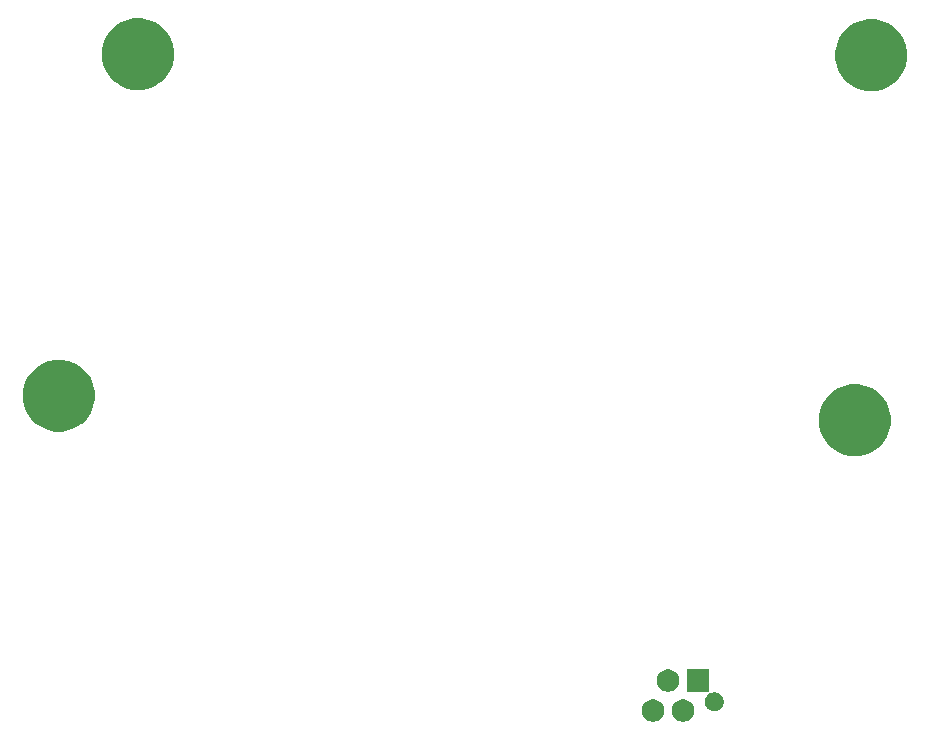
<source format=gbr>
G04 #@! TF.GenerationSoftware,KiCad,Pcbnew,5.1.5-52549c5~84~ubuntu18.04.1*
G04 #@! TF.CreationDate,2020-06-06T17:16:43+02:00*
G04 #@! TF.ProjectId,roboy_3.0_40mm_magnetic_field_calibration,726f626f-795f-4332-9e30-5f34306d6d5f,rev?*
G04 #@! TF.SameCoordinates,Original*
G04 #@! TF.FileFunction,Soldermask,Bot*
G04 #@! TF.FilePolarity,Negative*
%FSLAX46Y46*%
G04 Gerber Fmt 4.6, Leading zero omitted, Abs format (unit mm)*
G04 Created by KiCad (PCBNEW 5.1.5-52549c5~84~ubuntu18.04.1) date 2020-06-06 17:16:43*
%MOMM*%
%LPD*%
G04 APERTURE LIST*
%ADD10C,0.100000*%
G04 APERTURE END LIST*
D10*
G36*
X156072395Y-119355546D02*
G01*
X156245466Y-119427234D01*
X156245467Y-119427235D01*
X156401227Y-119531310D01*
X156533690Y-119663773D01*
X156533691Y-119663775D01*
X156637766Y-119819534D01*
X156709454Y-119992605D01*
X156746000Y-120176333D01*
X156746000Y-120363667D01*
X156709454Y-120547395D01*
X156637766Y-120720466D01*
X156637765Y-120720467D01*
X156533690Y-120876227D01*
X156401227Y-121008690D01*
X156322818Y-121061081D01*
X156245466Y-121112766D01*
X156072395Y-121184454D01*
X155888667Y-121221000D01*
X155701333Y-121221000D01*
X155517605Y-121184454D01*
X155344534Y-121112766D01*
X155267182Y-121061081D01*
X155188773Y-121008690D01*
X155056310Y-120876227D01*
X154952235Y-120720467D01*
X154952234Y-120720466D01*
X154880546Y-120547395D01*
X154844000Y-120363667D01*
X154844000Y-120176333D01*
X154880546Y-119992605D01*
X154952234Y-119819534D01*
X155056309Y-119663775D01*
X155056310Y-119663773D01*
X155188773Y-119531310D01*
X155344533Y-119427235D01*
X155344534Y-119427234D01*
X155517605Y-119355546D01*
X155701333Y-119319000D01*
X155888667Y-119319000D01*
X156072395Y-119355546D01*
G37*
G36*
X158612395Y-119355546D02*
G01*
X158785466Y-119427234D01*
X158785467Y-119427235D01*
X158941227Y-119531310D01*
X159073690Y-119663773D01*
X159073691Y-119663775D01*
X159177766Y-119819534D01*
X159249454Y-119992605D01*
X159286000Y-120176333D01*
X159286000Y-120363667D01*
X159249454Y-120547395D01*
X159177766Y-120720466D01*
X159177765Y-120720467D01*
X159073690Y-120876227D01*
X158941227Y-121008690D01*
X158862818Y-121061081D01*
X158785466Y-121112766D01*
X158612395Y-121184454D01*
X158428667Y-121221000D01*
X158241333Y-121221000D01*
X158057605Y-121184454D01*
X157884534Y-121112766D01*
X157807182Y-121061081D01*
X157728773Y-121008690D01*
X157596310Y-120876227D01*
X157492235Y-120720467D01*
X157492234Y-120720466D01*
X157420546Y-120547395D01*
X157384000Y-120363667D01*
X157384000Y-120176333D01*
X157420546Y-119992605D01*
X157492234Y-119819534D01*
X157596309Y-119663775D01*
X157596310Y-119663773D01*
X157728773Y-119531310D01*
X157884533Y-119427235D01*
X157884534Y-119427234D01*
X158057605Y-119355546D01*
X158241333Y-119319000D01*
X158428667Y-119319000D01*
X158612395Y-119355546D01*
G37*
G36*
X160556000Y-118661857D02*
G01*
X160558402Y-118686243D01*
X160565515Y-118709692D01*
X160577066Y-118731303D01*
X160592611Y-118750245D01*
X160611553Y-118765790D01*
X160633164Y-118777341D01*
X160656613Y-118784454D01*
X160680999Y-118786856D01*
X160705385Y-118784454D01*
X160728835Y-118777341D01*
X160756722Y-118765790D01*
X160771342Y-118759734D01*
X160771343Y-118759734D01*
X160771345Y-118759733D01*
X160926102Y-118728950D01*
X161083898Y-118728950D01*
X161238657Y-118759733D01*
X161384438Y-118820118D01*
X161384439Y-118820119D01*
X161515640Y-118907784D01*
X161627216Y-119019360D01*
X161627217Y-119019362D01*
X161714882Y-119150562D01*
X161775267Y-119296343D01*
X161806050Y-119451102D01*
X161806050Y-119608898D01*
X161775267Y-119763657D01*
X161714882Y-119909438D01*
X161714881Y-119909439D01*
X161627216Y-120040640D01*
X161515640Y-120152216D01*
X161479546Y-120176333D01*
X161384438Y-120239882D01*
X161238657Y-120300267D01*
X161083898Y-120331050D01*
X160926102Y-120331050D01*
X160771343Y-120300267D01*
X160625562Y-120239882D01*
X160530454Y-120176333D01*
X160494360Y-120152216D01*
X160382784Y-120040640D01*
X160295119Y-119909439D01*
X160295118Y-119909438D01*
X160234733Y-119763657D01*
X160203950Y-119608898D01*
X160203950Y-119451102D01*
X160234733Y-119296343D01*
X160295118Y-119150562D01*
X160382783Y-119019362D01*
X160382784Y-119019360D01*
X160494360Y-118907784D01*
X160494363Y-118907782D01*
X160497097Y-118905048D01*
X160510088Y-118894386D01*
X160525633Y-118875444D01*
X160537184Y-118853833D01*
X160544297Y-118830384D01*
X160546699Y-118805998D01*
X160544297Y-118781612D01*
X160537184Y-118758163D01*
X160525633Y-118736553D01*
X160510087Y-118717611D01*
X160491145Y-118702066D01*
X160469534Y-118690515D01*
X160446085Y-118683402D01*
X160421700Y-118681000D01*
X158654000Y-118681000D01*
X158654000Y-116779000D01*
X160556000Y-116779000D01*
X160556000Y-118661857D01*
G37*
G36*
X157342395Y-116815546D02*
G01*
X157515466Y-116887234D01*
X157515467Y-116887235D01*
X157671227Y-116991310D01*
X157803690Y-117123773D01*
X157803691Y-117123775D01*
X157907766Y-117279534D01*
X157979454Y-117452605D01*
X158016000Y-117636333D01*
X158016000Y-117823667D01*
X157979454Y-118007395D01*
X157907766Y-118180466D01*
X157907765Y-118180467D01*
X157803690Y-118336227D01*
X157671227Y-118468690D01*
X157592818Y-118521081D01*
X157515466Y-118572766D01*
X157342395Y-118644454D01*
X157158667Y-118681000D01*
X156971333Y-118681000D01*
X156787605Y-118644454D01*
X156614534Y-118572766D01*
X156537182Y-118521081D01*
X156458773Y-118468690D01*
X156326310Y-118336227D01*
X156222235Y-118180467D01*
X156222234Y-118180466D01*
X156150546Y-118007395D01*
X156114000Y-117823667D01*
X156114000Y-117636333D01*
X156150546Y-117452605D01*
X156222234Y-117279534D01*
X156326309Y-117123775D01*
X156326310Y-117123773D01*
X156458773Y-116991310D01*
X156614533Y-116887235D01*
X156614534Y-116887234D01*
X156787605Y-116815546D01*
X156971333Y-116779000D01*
X157158667Y-116779000D01*
X157342395Y-116815546D01*
G37*
G36*
X173789943Y-92766248D02*
G01*
X174345189Y-92996238D01*
X174345190Y-92996239D01*
X174844899Y-93330134D01*
X175269866Y-93755101D01*
X175367018Y-93900499D01*
X175603762Y-94254811D01*
X175833752Y-94810057D01*
X175951000Y-95399501D01*
X175951000Y-96000499D01*
X175833752Y-96589943D01*
X175603762Y-97145189D01*
X175603761Y-97145190D01*
X175269866Y-97644899D01*
X174844899Y-98069866D01*
X174593347Y-98237948D01*
X174345189Y-98403762D01*
X173789943Y-98633752D01*
X173200499Y-98751000D01*
X172599501Y-98751000D01*
X172010057Y-98633752D01*
X171454811Y-98403762D01*
X171206653Y-98237948D01*
X170955101Y-98069866D01*
X170530134Y-97644899D01*
X170196239Y-97145190D01*
X170196238Y-97145189D01*
X169966248Y-96589943D01*
X169849000Y-96000499D01*
X169849000Y-95399501D01*
X169966248Y-94810057D01*
X170196238Y-94254811D01*
X170432982Y-93900499D01*
X170530134Y-93755101D01*
X170955101Y-93330134D01*
X171454810Y-92996239D01*
X171454811Y-92996238D01*
X172010057Y-92766248D01*
X172599501Y-92649000D01*
X173200499Y-92649000D01*
X173789943Y-92766248D01*
G37*
G36*
X106389943Y-90666248D02*
G01*
X106945189Y-90896238D01*
X106945190Y-90896239D01*
X107444899Y-91230134D01*
X107869866Y-91655101D01*
X107869867Y-91655103D01*
X108203762Y-92154811D01*
X108433752Y-92710057D01*
X108551000Y-93299501D01*
X108551000Y-93900499D01*
X108433752Y-94489943D01*
X108203762Y-95045189D01*
X108203761Y-95045190D01*
X107869866Y-95544899D01*
X107444899Y-95969866D01*
X107399056Y-96000497D01*
X106945189Y-96303762D01*
X106389943Y-96533752D01*
X105800499Y-96651000D01*
X105199501Y-96651000D01*
X104610057Y-96533752D01*
X104054811Y-96303762D01*
X103600944Y-96000497D01*
X103555101Y-95969866D01*
X103130134Y-95544899D01*
X102796239Y-95045190D01*
X102796238Y-95045189D01*
X102566248Y-94489943D01*
X102449000Y-93900499D01*
X102449000Y-93299501D01*
X102566248Y-92710057D01*
X102796238Y-92154811D01*
X103130133Y-91655103D01*
X103130134Y-91655101D01*
X103555101Y-91230134D01*
X104054810Y-90896239D01*
X104054811Y-90896238D01*
X104610057Y-90666248D01*
X105199501Y-90549000D01*
X105800499Y-90549000D01*
X106389943Y-90666248D01*
G37*
G36*
X175189943Y-61866248D02*
G01*
X175745189Y-62096238D01*
X175745190Y-62096239D01*
X176244899Y-62430134D01*
X176669866Y-62855101D01*
X176669867Y-62855103D01*
X177003762Y-63354811D01*
X177233752Y-63910057D01*
X177351000Y-64499501D01*
X177351000Y-65100499D01*
X177233752Y-65689943D01*
X177003762Y-66245189D01*
X177003761Y-66245190D01*
X176669866Y-66744899D01*
X176244899Y-67169866D01*
X175993347Y-67337948D01*
X175745189Y-67503762D01*
X175189943Y-67733752D01*
X174600499Y-67851000D01*
X173999501Y-67851000D01*
X173410057Y-67733752D01*
X172854811Y-67503762D01*
X172606653Y-67337948D01*
X172355101Y-67169866D01*
X171930134Y-66744899D01*
X171596239Y-66245190D01*
X171596238Y-66245189D01*
X171366248Y-65689943D01*
X171249000Y-65100499D01*
X171249000Y-64499501D01*
X171366248Y-63910057D01*
X171596238Y-63354811D01*
X171930133Y-62855103D01*
X171930134Y-62855101D01*
X172355101Y-62430134D01*
X172854810Y-62096239D01*
X172854811Y-62096238D01*
X173410057Y-61866248D01*
X173999501Y-61749000D01*
X174600499Y-61749000D01*
X175189943Y-61866248D01*
G37*
G36*
X113089943Y-61766248D02*
G01*
X113645189Y-61996238D01*
X113645190Y-61996239D01*
X114144899Y-62330134D01*
X114569866Y-62755101D01*
X114569867Y-62755103D01*
X114903762Y-63254811D01*
X115133752Y-63810057D01*
X115251000Y-64399501D01*
X115251000Y-65000499D01*
X115133752Y-65589943D01*
X114903762Y-66145189D01*
X114903761Y-66145190D01*
X114569866Y-66644899D01*
X114144899Y-67069866D01*
X113995238Y-67169866D01*
X113645189Y-67403762D01*
X113089943Y-67633752D01*
X112500499Y-67751000D01*
X111899501Y-67751000D01*
X111310057Y-67633752D01*
X110754811Y-67403762D01*
X110404762Y-67169866D01*
X110255101Y-67069866D01*
X109830134Y-66644899D01*
X109496239Y-66145190D01*
X109496238Y-66145189D01*
X109266248Y-65589943D01*
X109149000Y-65000499D01*
X109149000Y-64399501D01*
X109266248Y-63810057D01*
X109496238Y-63254811D01*
X109830133Y-62755103D01*
X109830134Y-62755101D01*
X110255101Y-62330134D01*
X110754810Y-61996239D01*
X110754811Y-61996238D01*
X111310057Y-61766248D01*
X111899501Y-61649000D01*
X112500499Y-61649000D01*
X113089943Y-61766248D01*
G37*
M02*

</source>
